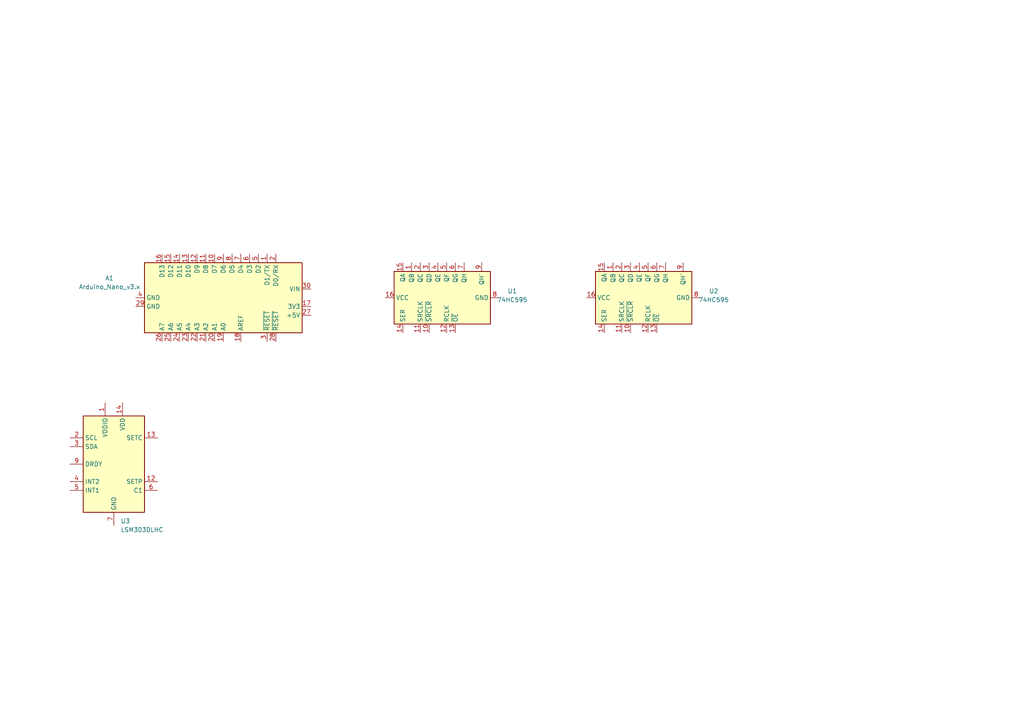
<source format=kicad_sch>
(kicad_sch (version 20230121) (generator eeschema)
  (paper "A4")
  (lib_symbols
    (symbol "74xx:74HC595"
      (property "Reference" "U" (at -7.62 13.97 0))
      (property "Value" "74HC595" (at -7.62 -16.51 0))
      (symbol "74HC595_1_0"
        (pin tri_state line (at 10.16 7.62 180) (length 2.54) (name "QB") (number "1"))
        (pin input line (at -10.16 2.54 0) (length 2.54) (name "~{SRCLR}") (number "10"))
        (pin input line (at -10.16 5.08 0) (length 2.54) (name "SRCLK") (number "11"))
        (pin input line (at -10.16 -2.54 0) (length 2.54) (name "RCLK") (number "12"))
        (pin input line (at -10.16 -5.08 0) (length 2.54) (name "~{OE}") (number "13"))
        (pin input line (at -10.16 10.16 0) (length 2.54) (name "SER") (number "14"))
        (pin tri_state line (at 10.16 10.16 180) (length 2.54) (name "QA") (number "15"))
        (pin power_in line (at 0 15.24 270) (length 2.54) (name "VCC") (number "16"))
        (pin tri_state line (at 10.16 5.08 180) (length 2.54) (name "QC") (number "2"))
        (pin tri_state line (at 10.16 2.54 180) (length 2.54) (name "QD") (number "3"))
        (pin tri_state line (at 10.16 0 180) (length 2.54) (name "QE") (number "4"))
        (pin tri_state line (at 10.16 -2.54 180) (length 2.54) (name "QF") (number "5"))
        (pin tri_state line (at 10.16 -5.08 180) (length 2.54) (name "QG") (number "6"))
        (pin tri_state line (at 10.16 -7.62 180) (length 2.54) (name "QH") (number "7"))
        (pin power_in line (at 0 -17.78 90) (length 2.54) (name "GND") (number "8"))
        (pin output line (at 10.16 -12.7 180) (length 2.54) (name "QH'") (number "9"))
      )
      (symbol "74HC595_1_1"
        (rectangle (start -7.62 12.7) (end 7.62 -15.24) (stroke (width 0.254)) (fill (type background)))
      )
    )
    (symbol "MCU_Module:Arduino_Nano_v3.x"
      (property "Reference" "A" (at -10.16 23.495 0))
      (property "Value" "Arduino_Nano_v3.x" (at 5.08 -24.13 0))
      (symbol "Arduino_Nano_v3.x_0_1"
        (rectangle (start -10.16 22.86) (end 10.16 -22.86) (stroke (width 0.254)) (fill (type background)))
      )
      (symbol "Arduino_Nano_v3.x_1_1"
        (pin bidirectional line (at -12.7 12.7 0) (length 2.54) (name "D1/TX") (number "1"))
        (pin bidirectional line (at -12.7 -2.54 0) (length 2.54) (name "D7") (number "10"))
        (pin bidirectional line (at -12.7 -5.08 0) (length 2.54) (name "D8") (number "11"))
        (pin bidirectional line (at -12.7 -7.62 0) (length 2.54) (name "D9") (number "12"))
        (pin bidirectional line (at -12.7 -10.16 0) (length 2.54) (name "D10") (number "13"))
        (pin bidirectional line (at -12.7 -12.7 0) (length 2.54) (name "D11") (number "14"))
        (pin bidirectional line (at -12.7 -15.24 0) (length 2.54) (name "D12") (number "15"))
        (pin bidirectional line (at -12.7 -17.78 0) (length 2.54) (name "D13") (number "16"))
        (pin power_out line (at 2.54 25.4 270) (length 2.54) (name "3V3") (number "17"))
        (pin input line (at 12.7 5.08 180) (length 2.54) (name "AREF") (number "18"))
        (pin bidirectional line (at 12.7 0 180) (length 2.54) (name "A0") (number "19"))
        (pin bidirectional line (at -12.7 15.24 0) (length 2.54) (name "D0/RX") (number "2"))
        (pin bidirectional line (at 12.7 -2.54 180) (length 2.54) (name "A1") (number "20"))
        (pin bidirectional line (at 12.7 -5.08 180) (length 2.54) (name "A2") (number "21"))
        (pin bidirectional line (at 12.7 -7.62 180) (length 2.54) (name "A3") (number "22"))
        (pin bidirectional line (at 12.7 -10.16 180) (length 2.54) (name "A4") (number "23"))
        (pin bidirectional line (at 12.7 -12.7 180) (length 2.54) (name "A5") (number "24"))
        (pin bidirectional line (at 12.7 -15.24 180) (length 2.54) (name "A6") (number "25"))
        (pin bidirectional line (at 12.7 -17.78 180) (length 2.54) (name "A7") (number "26"))
        (pin power_out line (at 5.08 25.4 270) (length 2.54) (name "+5V") (number "27"))
        (pin input line (at 12.7 15.24 180) (length 2.54) (name "~{RESET}") (number "28"))
        (pin power_in line (at 2.54 -25.4 90) (length 2.54) (name "GND") (number "29"))
        (pin input line (at 12.7 12.7 180) (length 2.54) (name "~{RESET}") (number "3"))
        (pin power_in line (at -2.54 25.4 270) (length 2.54) (name "VIN") (number "30"))
        (pin power_in line (at 0 -25.4 90) (length 2.54) (name "GND") (number "4"))
        (pin bidirectional line (at -12.7 10.16 0) (length 2.54) (name "D2") (number "5"))
        (pin bidirectional line (at -12.7 7.62 0) (length 2.54) (name "D3") (number "6"))
        (pin bidirectional line (at -12.7 5.08 0) (length 2.54) (name "D4") (number "7"))
        (pin bidirectional line (at -12.7 2.54 0) (length 2.54) (name "D5") (number "8"))
        (pin bidirectional line (at -12.7 0 0) (length 2.54) (name "D6") (number "9"))
      )
    )
    (symbol "Sensor_Motion:LSM303DLHC"
      (property "Reference" "U" (at -5.08 17.145 0))
      (property "Value" "LSM303DLHC" (at -5.08 15.24 0))
      (symbol "LSM303DLHC_0_1"
        (rectangle (start -8.89 13.97) (end 8.89 -13.97) (stroke (width 0.254)) (fill (type background)))
      )
      (symbol "LSM303DLHC_1_1"
        (pin power_in line (at -2.54 17.78 270) (length 3.81) (name "VDDIO") (number "1"))
        (pin passive line (at 0 -17.78 90) (length 3.81) hide (name "GND") (number "10"))
        (pin passive line (at 0 -17.78 90) (length 3.81) hide (name "GND") (number "11"))
        (pin passive line (at 12.7 -5.08 180) (length 3.81) (name "SETP") (number "12"))
        (pin passive line (at 12.7 7.62 180) (length 3.81) (name "SETC") (number "13"))
        (pin power_in line (at 2.54 17.78 270) (length 3.81) (name "VDD") (number "14"))
        (pin input line (at -12.7 7.62 0) (length 3.81) (name "SCL") (number "2"))
        (pin bidirectional line (at -12.7 5.08 0) (length 3.81) (name "SDA") (number "3"))
        (pin output line (at -12.7 -5.08 0) (length 3.81) (name "INT2") (number "4"))
        (pin output line (at -12.7 -7.62 0) (length 3.81) (name "INT1") (number "5"))
        (pin passive line (at 12.7 -7.62 180) (length 3.81) (name "C1") (number "6"))
        (pin power_in line (at 0 -17.78 90) (length 3.81) (name "GND") (number "7"))
        (pin no_connect line (at 7.62 -2.54 180) (length 3.81) hide (name "NC") (number "8"))
        (pin output line (at -12.7 0 0) (length 3.81) (name "DRDY") (number "9"))
      )
    )
  )
  (symbol (lib_id "MCU_Module:Arduino_Nano_v3.x") (at 64.77 86.36 270) (unit 1)
    (property "Reference" "A1" (at 31.75 80.6703 90))
    (property "Value" "Arduino_Nano_v3.x" (at 31.75 83.2103 90))
    (property "Footprint" "Module:Arduino_Nano" (effects hide))
    (property "Datasheet" "http://www.mouser.com/pdfdocs/Gravitech_Arduino_Nano3_0.pdf" (effects hide))
  )
  (symbol (lib_id "74xx:74HC595") (at 127 86.36 90) (unit 1)
    (property "Reference" "U1" (at 148.59 84.4297 90))
    (property "Value" "74HC595" (at 148.59 86.9697 90))
    (property "Datasheet" "http://www.ti.com/lit/ds/symlink/sn74hc595.pdf" (effects hide))
  )
  (symbol (lib_id "74xx:74HC595") (at 185.42 86.36 90) (unit 1)
    (property "Reference" "U2" (at 207.01 84.4297 90))
    (property "Value" "74HC595" (at 207.01 86.9697 90))
    (property "Datasheet" "http://www.ti.com/lit/ds/symlink/sn74hc595.pdf" (effects hide))
  )
  (symbol (lib_id "Sensor_Motion:LSM303DLHC") (at 33.02 134.62 0) (unit 1)
    (property "Reference" "U3" (at 34.9759 151.13 0) (effects (justify left)))
    (property "Value" "LSM303DLHC" (at 34.9759 153.67 0) (effects (justify left)))
    (property "Footprint" "Package_LGA:LGA-14_3x5mm_P0.8mm_LayoutBorder1x6y" (effects hide))
    (property "Datasheet" "http://www.st.com/web/en/resource/technical/document/datasheet/DM00027543.pdf" (effects hide))
  )
)
</source>
